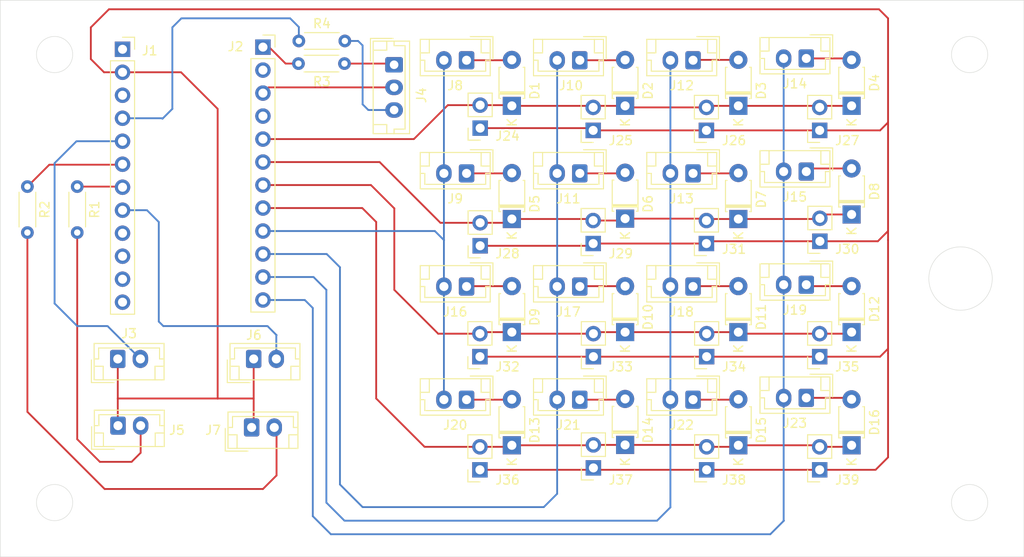
<source format=kicad_pcb>
(kicad_pcb (version 20240108) (generator "pcbnew") (generator_version "8.0")
  (layers (0 "F.Cu" signal) (31 "B.Cu" signal) (34 "B.Paste" user) (35 "F.Paste" user) (36 "B.SilkS" user "B.Silkscreen") (37 "F.SilkS" user "F.Silkscreen") (38 "B.Mask" user) (39 "F.Mask" user) (44 "Edge.Cuts" user))
  (net 0 "")
  (net 1 "Net-(D1-A)")
  (net 2 "Net-(D1-K)")
  (net 3 "Net-(D2-A)")
  (net 4 "Net-(D3-A)")
  (net 5 "Net-(D4-A)")
  (net 6 "Net-(D5-A)")
  (net 7 "Net-(D5-K)")
  (net 8 "Net-(D6-A)")
  (net 9 "Net-(D7-A)")
  (net 10 "Net-(D8-A)")
  (net 11 "Net-(D9-A)")
  (net 12 "Net-(D10-K)")
  (net 13 "Net-(D10-A)")
  (net 14 "Net-(D11-A)")
  (net 15 "Net-(D12-A)")
  (net 16 "Net-(D13-K)")
  (net 17 "Net-(D13-A)")
  (net 18 "Net-(D14-A)")
  (net 19 "Net-(D15-A)")
  (net 20 "Net-(D16-A)")
  (net 21 "Net-(J1-Pin_6)")
  (net 22 "Net-(J1-Pin_5)")
  (net 24 "Net-(J1-Pin_2)")
  (net 27 "Net-(J1-Pin_4)")
  (net 28 "Net-(J1-Pin_8)")
  (net 32 "Net-(J1-Pin_7)")
  (net 34 "Net-(J2-Pin_3)")
  (net 35 "Net-(J2-Pin_1)")
  (net 37 "Net-(J4-Pin_1)")
  (net 38 "Net-(J4-Pin_3)")
  (net 39 "Net-(J5-Pin_2)")
  (net 40 "Net-(J7-Pin_2)")
  (net 41 "Net-(J16-Pin_2)")
  (net 42 "Net-(J12-Pin_2)")
  (net 43 "Net-(J10-Pin_2)")
  (net 44 "Net-(J14-Pin_2)")
  (footprint "Connector_JST:JST_EH_B2B-EH-A_1x02_P2.50mm_Vertical" (layer "F.Cu") (at 145.975 81.63 180)
    (property "Reference" "J17" (at 1.25 -2.8 0) (layer "F.SilkS"))
    (property "Value" "Conn_01x02_Socket" (hide yes))
    (pad "1" thru_hole roundrect (at 0 0 180) (size 1.7 2) (drill 1) (layers "*.Cu" "*.Mask") (roundrect_rratio 0.147059) (net 13 "Net-(D10-A)"))
    (pad "2" thru_hole oval (at 2.5 0 180) (size 1.7 2) (drill 1) (layers "*.Cu" "*.Mask") (net 43 "Net-(J10-Pin_2)"))
  )
  (footprint "Connector_PinSocket_2.54mm:PinSocket_1x02_P2.54mm_Vertical" (layer "F.Cu") (at 147.475 89.38 180)
    (property "Reference" "J33" (at -3.025 -1.12 0) (layer "F.SilkS"))
    (property "Value" "Conn_01x02_Pin" (hide yes))
    (pad "1" thru_hole rect (at 0 0 180) (size 1.7 1.7) (drill 1) (layers "*.Cu" "*.Mask") (net 24 "Net-(J1-Pin_2)"))
    (pad "2" thru_hole oval (at 0 2.54 180) (size 1.7 1.7) (drill 1) (layers "*.Cu" "*.Mask") (net 12 "Net-(D10-K)"))
  )
  (footprint "Diode_THT:D_T-1_P5.08mm_Horizontal" (layer "F.Cu") (at 138.475 74.17 90)
    (property "Reference" "D5" (at 1.67 2.525 90) (layer "F.SilkS"))
    (property "Value" "D" (hide yes))
    (fp_text user "K" (at -1.83 0.025 90) (layer "F.SilkS"))
    (pad "1" thru_hole rect (at 0 0 90) (size 2 2) (drill 1) (layers "*.Cu" "*.Mask") (net 7 "Net-(D5-K)"))
    (pad "2" thru_hole oval (at 5.08 0 90) (size 2 2) (drill 1) (layers "*.Cu" "*.Mask") (net 6 "Net-(D5-A)"))
  )
  (footprint "Connector_PinSocket_2.54mm:PinSocket_1x12_P2.54mm_Vertical" (layer "F.Cu") (at 95.5 55.42)
    (property "Reference" "J1" (at 3 0.16 0) (layer "F.SilkS"))
    (property "Value" "Conn_01x12_Socket" (hide yes))
    (pad "1" thru_hole rect (at 0 0) (size 1.7 1.7) (drill 1) (layers "*.Cu" "*.Mask"))
    (pad "2" thru_hole oval (at 0 2.54) (size 1.7 1.7) (drill 1) (layers "*.Cu" "*.Mask") (net 24 "Net-(J1-Pin_2)"))
    (pad "3" thru_hole oval (at 0 5.08) (size 1.7 1.7) (drill 1) (layers "*.Cu" "*.Mask"))
    (pad "4" thru_hole oval (at 0 7.62) (size 1.7 1.7) (drill 1) (layers "*.Cu" "*.Mask") (net 27 "Net-(J1-Pin_4)"))
    (pad "5" thru_hole oval (at 0 10.16) (size 1.7 1.7) (drill 1) (layers "*.Cu" "*.Mask") (net 22 "Net-(J1-Pin_5)"))
    (pad "6" thru_hole oval (at 0 12.7) (size 1.7 1.7) (drill 1) (layers "*.Cu" "*.Mask") (net 21 "Net-(J1-Pin_6)"))
    (pad "7" thru_hole oval (at 0 15.24) (size 1.7 1.7) (drill 1) (layers "*.Cu" "*.Mask") (net 32 "Net-(J1-Pin_7)"))
    (pad "8" thru_hole oval (at 0 17.78) (size 1.7 1.7) (drill 1) (layers "*.Cu" "*.Mask") (net 28 "Net-(J1-Pin_8)"))
    (pad "9" thru_hole oval (at 0 20.32) (size 1.7 1.7) (drill 1) (layers "*.Cu" "*.Mask"))
    (pad "10" thru_hole oval (at 0 22.86) (size 1.7 1.7) (drill 1) (layers "*.Cu" "*.Mask"))
    (pad "11" thru_hole oval (at 0 25.4) (size 1.7 1.7) (drill 1) (layers "*.Cu" "*.Mask"))
    (pad "12" thru_hole oval (at 0 27.94) (size 1.7 1.7) (drill 1) (layers "*.Cu" "*.Mask"))
  )
  (footprint "Diode_THT:D_T-1_P5.08mm_Horizontal" (layer "F.Cu") (at 175.975 61.67 90)
    (property "Reference" "D4" (at 2.54 2.525 90) (layer "F.SilkS"))
    (property "Value" "D" (hide yes))
    (fp_text user "K" (at -1.83 0.025 90) (layer "F.SilkS"))
    (pad "1" thru_hole rect (at 0 0 90) (size 2 2) (drill 1) (layers "*.Cu" "*.Mask") (net 2 "Net-(D1-K)"))
    (pad "2" thru_hole oval (at 5.08 0 90) (size 2 2) (drill 1) (layers "*.Cu" "*.Mask") (net 5 "Net-(D4-A)"))
  )
  (footprint "Connector_PinSocket_2.54mm:PinSocket_1x02_P2.54mm_Vertical" (layer "F.Cu") (at 172.475 76.63 180)
    (property "Reference" "J30" (at -3.025 -0.87 0) (layer "F.SilkS"))
    (property "Value" "Conn_01x02_Pin" (hide yes))
    (pad "1" thru_hole rect (at 0 0 180) (size 1.7 1.7) (drill 1) (layers "*.Cu" "*.Mask") (net 24 "Net-(J1-Pin_2)"))
    (pad "2" thru_hole oval (at 0 2.54 180) (size 1.7 1.7) (drill 1) (layers "*.Cu" "*.Mask") (net 7 "Net-(D5-K)"))
  )
  (footprint "Connector_JST:JST_EH_B2B-EH-A_1x02_P2.50mm_Vertical" (layer "F.Cu") (at 133.475 94.13 180)
    (property "Reference" "J20" (at 1.25 -2.8 0) (layer "F.SilkS"))
    (property "Value" "Conn_01x02_Socket" (hide yes))
    (pad "1" thru_hole roundrect (at 0 0 180) (size 1.7 2) (drill 1) (layers "*.Cu" "*.Mask") (roundrect_rratio 0.147059) (net 17 "Net-(D13-A)"))
    (pad "2" thru_hole oval (at 2.5 0 180) (size 1.7 2) (drill 1) (layers "*.Cu" "*.Mask") (net 41 "Net-(J16-Pin_2)"))
  )
  (footprint "Diode_THT:D_T-1_P5.08mm_Horizontal" (layer "F.Cu") (at 150.975 61.67 90)
    (property "Reference" "D2" (at 1.67 2.525 90) (layer "F.SilkS"))
    (property "Value" "D" (hide yes))
    (fp_text user "K" (at -1.83 0.025 90) (layer "F.SilkS"))
    (pad "1" thru_hole rect (at 0 0 90) (size 2 2) (drill 1) (layers "*.Cu" "*.Mask") (net 2 "Net-(D1-K)"))
    (pad "2" thru_hole oval (at 5.08 0 90) (size 2 2) (drill 1) (layers "*.Cu" "*.Mask") (net 3 "Net-(D2-A)"))
  )
  (footprint "Resistor_THT:R_Axial_DIN0204_L3.6mm_D1.6mm_P5.08mm_Horizontal" (layer "F.Cu") (at 85 70.59 -90)
    (property "Reference" "R2" (at 2.54 -1.92 90) (layer "F.SilkS"))
    (property "Value" "220R" (hide yes))
    (pad "1" thru_hole circle (at 0 0 270) (size 1.4 1.4) (drill 0.7) (layers "*.Cu" "*.Mask") (net 21 "Net-(J1-Pin_6)"))
    (pad "2" thru_hole oval (at 5.08 0 270) (size 1.4 1.4) (drill 0.7) (layers "*.Cu" "*.Mask") (net 40 "Net-(J7-Pin_2)"))
  )
  (footprint "Connector_PinSocket_2.54mm:PinSocket_1x02_P2.54mm_Vertical" (layer "F.Cu") (at 134.95 89.38 180)
    (property "Reference" "J32" (at -3.05 -1.12 0) (layer "F.SilkS"))
    (property "Value" "Conn_01x02_Pin" (hide yes))
    (pad "1" thru_hole rect (at 0 0 180) (size 1.7 1.7) (drill 1) (layers "*.Cu" "*.Mask") (net 24 "Net-(J1-Pin_2)"))
    (pad "2" thru_hole oval (at 0 2.54 180) (size 1.7 1.7) (drill 1) (layers "*.Cu" "*.Mask") (net 12 "Net-(D10-K)"))
  )
  (footprint "Connector_JST:JST_EH_B2B-EH-A_1x02_P2.50mm_Vertical" (layer "F.Cu") (at 109.75 97.2)
    (property "Reference" "J7" (at -4.25 0.3 360) (layer "F.SilkS"))
    (property "Value" "Conn_01x02_Socket" (hide yes))
    (pad "1" thru_hole roundrect (at 0 0) (size 1.7 2) (drill 1) (layers "*.Cu" "*.Mask") (roundrect_rratio 0.147059) (net 24 "Net-(J1-Pin_2)"))
    (pad "2" thru_hole oval (at 2.5 0) (size 1.7 2) (drill 1) (layers "*.Cu" "*.Mask") (net 40 "Net-(J7-Pin_2)"))
  )
  (footprint "Connector_JST:JST_EH_B2B-EH-A_1x02_P2.50mm_Vertical" (layer "F.Cu") (at 158.475 81.63 180)
    (property "Reference" "J18" (at 1.25 -2.8 0) (layer "F.SilkS"))
    (property "Value" "Conn_01x02_Socket" (hide yes))
    (pad "1" thru_hole roundrect (at 0 0 180) (size 1.7 2) (drill 1) (layers "*.Cu" "*.Mask") (roundrect_rratio 0.147059) (net 14 "Net-(D11-A)"))
    (pad "2" thru_hole oval (at 2.5 0 180) (size 1.7 2) (drill 1) (layers "*.Cu" "*.Mask") (net 42 "Net-(J12-Pin_2)"))
  )
  (footprint "Connector_PinSocket_2.54mm:PinSocket_1x02_P2.54mm_Vertical" (layer "F.Cu") (at 134.95 101.88 180)
    (property "Reference" "J36" (at -3.05 -1.12 0) (layer "F.SilkS"))
    (property "Value" "Conn_01x02_Pin" (hide yes))
    (pad "1" thru_hole rect (at 0 0 180) (size 1.7 1.7) (drill 1) (layers "*.Cu" "*.Mask") (net 24 "Net-(J1-Pin_2)"))
    (pad "2" thru_hole oval (at 0 2.54 180) (size 1.7 1.7) (drill 1) (layers "*.Cu" "*.Mask") (net 16 "Net-(D13-K)"))
  )
  (footprint "Connector_PinSocket_2.54mm:PinSocket_1x02_P2.54mm_Vertical" (layer "F.Cu") (at 172.45 89.38 180)
    (property "Reference" "J35" (at -3.05 -1.12 0) (layer "F.SilkS"))
    (property "Value" "Conn_01x02_Pin" (hide yes))
    (pad "1" thru_hole rect (at 0 0 180) (size 1.7 1.7) (drill 1) (layers "*.Cu" "*.Mask") (net 24 "Net-(J1-Pin_2)"))
    (pad "2" thru_hole oval (at 0 2.54 180) (size 1.7 1.7) (drill 1) (layers "*.Cu" "*.Mask") (net 12 "Net-(D10-K)"))
  )
  (footprint "Connector_PinSocket_2.54mm:PinSocket_1x02_P2.54mm_Vertical" (layer "F.Cu") (at 147.475 101.67 180)
    (property "Reference" "J37" (at -3.025 -1.33 0) (layer "F.SilkS"))
    (property "Value" "Conn_01x02_Pin" (hide yes))
    (pad "1" thru_hole rect (at 0 0 180) (size 1.7 1.7) (drill 1) (layers "*.Cu" "*.Mask") (net 24 "Net-(J1-Pin_2)"))
    (pad "2" thru_hole oval (at 0 2.54 180) (size 1.7 1.7) (drill 1) (layers "*.Cu" "*.Mask") (net 16 "Net-(D13-K)"))
  )
  (footprint "Connector_JST:JST_EH_B2B-EH-A_1x02_P2.50mm_Vertical" (layer "F.Cu") (at 170.975 56.43 180)
    (property "Reference" "J14" (at 1.25 -2.8 0) (layer "F.SilkS"))
    (property "Value" "Conn_01x02_Socket" (hide yes))
    (pad "1" thru_hole roundrect (at 0 0 180) (size 1.7 2) (drill 1) (layers "*.Cu" "*.Mask") (roundrect_rratio 0.147059) (net 5 "Net-(D4-A)"))
    (pad "2" thru_hole oval (at 2.5 0 180) (size 1.7 2) (drill 1) (layers "*.Cu" "*.Mask") (net 44 "Net-(J14-Pin_2)"))
  )
  (footprint "Connector_JST:JST_EH_B2B-EH-A_1x02_P2.50mm_Vertical" (layer "F.Cu") (at 145.975 56.63 180)
    (property "Reference" "J10" (at 0.975 -2.8 0) (layer "F.SilkS"))
    (property "Value" "Conn_01x02_Socket" (hide yes))
    (pad "1" thru_hole roundrect (at 0 0 180) (size 1.7 2) (drill 1) (layers "*.Cu" "*.Mask") (roundrect_rratio 0.147059) (net 3 "Net-(D2-A)"))
    (pad "2" thru_hole oval (at 2.5 0 180) (size 1.7 2) (drill 1) (layers "*.Cu" "*.Mask") (net 43 "Net-(J10-Pin_2)"))
  )
  (footprint "Connector_JST:JST_EH_B2B-EH-A_1x02_P2.50mm_Vertical" (layer "F.Cu") (at 158.475 56.63 180)
    (property "Reference" "J12" (at 1.25 -2.8 0) (layer "F.SilkS"))
    (property "Value" "Conn_01x02_Socket" (hide yes))
    (pad "1" thru_hole roundrect (at 0 0 180) (size 1.7 2) (drill 1) (layers "*.Cu" "*.Mask") (roundrect_rratio 0.147059) (net 4 "Net-(D3-A)"))
    (pad "2" thru_hole oval (at 2.5 0 180) (size 1.7 2) (drill 1) (layers "*.Cu" "*.Mask") (net 42 "Net-(J12-Pin_2)"))
  )
  (footprint "Resistor_THT:R_Axial_DIN0204_L3.6mm_D1.6mm_P5.08mm_Horizontal" (layer "F.Cu") (at 114.92 57)
    (property "Reference" "R3" (at 2.58 2 0) (layer "F.SilkS"))
    (property "Value" "220R" (hide yes))
    (pad "1" thru_hole circle (at 0 0) (size 1.4 1.4) (drill 0.7) (layers "*.Cu" "*.Mask") (net 35 "Net-(J2-Pin_1)"))
    (pad "2" thru_hole oval (at 5.08 0) (size 1.4 1.4) (drill 0.7) (layers "*.Cu" "*.Mask") (net 37 "Net-(J4-Pin_1)"))
  )
  (footprint "Connector_JST:JST_EH_B3B-EH-A_1x03_P2.50mm_Vertical" (layer "F.Cu") (at 125.475 57.13 -90)
    (property "Reference" "J4" (at 3.37 -3.025 90) (layer "F.SilkS"))
    (property "Value" "Conn_01x03_Socket" (hide yes))
    (pad "1" thru_hole roundrect (at 0 0 270) (size 1.7 1.95) (drill 0.95) (layers "*.Cu" "*.Mask") (roundrect_rratio 0.147059) (net 37 "Net-(J4-Pin_1)"))
    (pad "2" thru_hole oval (at 2.5 0 270) (size 1.7 1.95) (drill 0.95) (layers "*.Cu" "*.Mask") (net 34 "Net-(J2-Pin_3)"))
    (pad "3" thru_hole oval (at 5 0 270) (size 1.7 1.95) (drill 0.95) (layers "*.Cu" "*.Mask") (net 38 "Net-(J4-Pin_3)"))
  )
  (footprint "Connector_PinSocket_2.54mm:PinSocket_1x02_P2.54mm_Vertical" (layer "F.Cu") (at 147.45 76.88 180)
    (property "Reference" "J29" (at -3.05 -1.12 0) (layer "F.SilkS"))
    (property "Value" "Conn_01x02_Pin" (hide yes))
    (pad "1" thru_hole rect (at 0 0 180) (size 1.7 1.7) (drill 1) (layers "*.Cu" "*.Mask") (net 24 "Net-(J1-Pin_2)"))
    (pad "2" thru_hole oval (at 0 2.54 180) (size 1.7 1.7) (drill 1) (layers "*.Cu" "*.Mask") (net 7 "Net-(D5-K)"))
  )
  (footprint "Diode_THT:D_T-1_P5.08mm_Horizontal" (layer "F.Cu") (at 138.475 99.17 90)
    (property "Reference" "D13" (at 1.67 2.525 90) (layer "F.SilkS"))
    (property "Value" "D" (hide yes))
    (fp_text user "K" (at -1.83 0.025 90) (layer "F.SilkS"))
    (pad "1" thru_hole rect (at 0 0 90) (size 2 2) (drill 1) (layers "*.Cu" "*.Mask") (net 16 "Net-(D13-K)"))
    (pad "2" thru_hole oval (at 5.08 0 90) (size 2 2) (drill 1) (layers "*.Cu" "*.Mask") (net 17 "Net-(D13-A)"))
  )
  (footprint "Connector_PinSocket_2.54mm:PinSocket_1x02_P2.54mm_Vertical" (layer "F.Cu") (at 159.975 101.88 180)
    (property "Reference" "J38" (at -3.025 -1.12 0) (layer "F.SilkS"))
    (property "Value" "Conn_01x02_Pin" (hide yes))
    (pad "1" thru_hole rect (at 0 0 180) (size 1.7 1.7) (drill 1) (layers "*.Cu" "*.Mask") (net 24 "Net-(J1-Pin_2)"))
    (pad "2" thru_hole oval (at 0 2.54 180) (size 1.7 1.7) (drill 1) (layers "*.Cu" "*.Mask") (net 16 "Net-(D13-K)"))
  )
  (footprint "Connector_JST:JST_EH_B2B-EH-A_1x02_P2.50mm_Vertical" (layer "F.Cu") (at 95 97)
    (property "Reference" "J5" (at 6.5 0.5 360) (layer "F.SilkS"))
    (property "Value" "Conn_01x02_Socket" (hide yes))
    (pad "1" thru_hole roundrect (at 0 0) (size 1.7 2) (drill 1) (layers "*.Cu" "*.Mask") (roundrect_rratio 0.147059) (net 24 "Net-(J1-Pin_2)"))
    (pad "2" thru_hole oval (at 2.5 0) (size 1.7 2) (drill 1) (layers "*.Cu" "*.Mask") (net 39 "Net-(J5-Pin_2)"))
  )
  (footprint "Connector_PinSocket_2.54mm:PinSocket_1x02_P2.54mm_Vertical" (layer "F.Cu") (at 159.975 89.38 180)
    (property "Reference" "J34" (at -3.025 -1.12 0) (layer "F.SilkS"))
    (property "Value" "Conn_01x02_Pin" (hide yes))
    (pad "1" thru_hole rect (at 0 0 180) (size 1.7 1.7) (drill 1) (layers "*.Cu" "*.Mask") (net 24 "Net-(J1-Pin_2)"))
    (pad "2" thru_hole oval (at 0 2.54 180) (size 1.7 1.7) (drill 1) (layers "*.Cu" "*.Mask") (net 12 "Net-(D10-K)"))
  )
  (footprint "Diode_THT:D_T-1_P5.08mm_Horizontal" (layer "F.Cu") (at 163.475 86.67 90)
    (property "Reference" "D11" (at 1.67 2.525 90) (layer "F.SilkS"))
    (property "Value" "D" (hide yes))
    (fp_text user "K" (at -1.83 0.025 90) (layer "F.SilkS"))
    (pad "1" thru_hole rect (at 0 0 90) (size 2 2) (drill 1) (layers "*.Cu" "*.Mask") (net 12 "Net-(D10-K)"))
    (pad "2" thru_hole oval (at 5.08 0 90) (size 2 2) (drill 1) (layers "*.Cu" "*.Mask") (net 14 "Net-(D11-A)"))
  )
  (footprint "Connector_JST:JST_EH_B2B-EH-A_1x02_P2.50mm_Vertical" (layer "F.Cu") (at 133.475 69.13 180)
    (property "Reference" "J9" (at 1.25 -2.8 0) (layer "F.SilkS"))
    (property "Value" "Conn_01x02_Socket" (hide yes))
    (pad "1" thru_hole roundrect (at 0 0 180) (size 1.7 2) (drill 1) (layers "*.Cu" "*.Mask") (roundrect_rratio 0.147059) (net 6 "Net-(D5-A)"))
    (pad "2" thru_hole oval (at 2.5 0 180) (size 1.7 2) (drill 1) (layers "*.Cu" "*.Mask") (net 41 "Net-(J16-Pin_2)"))
  )
  (footprint "Connector_JST:JST_EH_B2B-EH-A_1x02_P2.50mm_Vertical" (layer "F.Cu") (at 133.475 56.63 180)
    (property "Reference" "J8" (at 1.25 -2.8 0) (layer "F.SilkS"))
    (property "Value" "Conn_01x02_Socket" (hide yes))
    (pad "1" thru_hole roundrect (at 0 0 180) (size 1.7 2) (drill 1) (layers "*.Cu" "*.Mask") (roundrect_rratio 0.147059) (net 1 "Net-(D1-A)"))
    (pad "2" thru_hole oval (at 2.5 0 180) (size 1.7 2) (drill 1) (layers "*.Cu" "*.Mask") (net 41 "Net-(J16-Pin_2)"))
  )
  (footprint "Connector_PinSocket_2.54mm:PinSocket_1x02_P2.54mm_Vertical" (layer "F.Cu") (at 134.975 64.13 180)
    (property "Reference" "J24" (at -3.025 -0.87 0) (layer "F.SilkS"))
    (property "Value" "Conn_01x02_Pin" (hide yes))
    (pad "1" thru_hole rect (at 0 0 180) (size 1.7 1.7) (drill 1) (layers "*.Cu" "*.Mask") (net 24 "Net-(J1-Pin_2)"))
    (pad "2" thru_hole oval (at 0 2.54 180) (size 1.7 1.7) (drill 1) (layers "*.Cu" "*.Mask") (net 2 "Net-(D1-K)"))
  )
  (footprint "Connector_JST:JST_EH_B2B-EH-A_1x02_P2.50mm_Vertical" (layer "F.Cu") (at 145.975 69.13 180)
    (property "Reference" "J11" (at 1.25 -2.8 0) (layer "F.SilkS"))
    (property "Value" "Conn_01x02_Socket" (hide yes))
    (pad "1" thru_hole roundrect (at 0 0 180) (size 1.7 2) (drill 1) (layers "*.Cu" "*.Mask") (roundrect_rratio 0.147059) (net 8 "Net-(D6-A)"))
    (pad "2" thru_hole oval (at 2.5 0 180) (size 1.7 2) (drill 1) (layers "*.Cu" "*.Mask") (net 43 "Net-(J10-Pin_2)"))
  )
  (footprint "Diode_THT:D_T-1_P5.08mm_Horizontal" (layer "F.Cu") (at 175.975 73.67 90)
    (property "Reference" "D8" (at 2.54 2.525 90) (layer "F.SilkS"))
    (property "Value" "D" (hide yes))
    (fp_text user "K" (at -1.83 0.025 90) (layer "F.SilkS"))
    (pad "1" thru_hole rect (at 0 0 90) (size 2 2) (drill 1) (layers "*.Cu" "*.Mask") (net 7 "Net-(D5-K)"))
    (pad "2" thru_hole oval (at 5.08 0 90) (size 2 2) (drill 1) (layers "*.Cu" "*.Mask") (net 10 "Net-(D8-A)"))
  )
  (footprint "Connector_JST:JST_EH_B2B-EH-A_1x02_P2.50mm_Vertical" (layer "F.Cu") (at 94.975 89.63)
    (property "Reference" "J3" (at 1.25 -2.8 0) (layer "F.SilkS"))
    (property "Value" "Conn_01x02_Socket" (hide yes))
    (pad "1" thru_hole roundrect (at 0 0) (size 1.7 2) (drill 1) (layers "*.Cu" "*.Mask") (roundrect_rratio 0.147059) (net 24 "Net-(J1-Pin_2)"))
    (pad "2" thru_hole oval (at 2.5 0) (size 1.7 2) (drill 1) (layers "*.Cu" "*.Mask") (net 22 "Net-(J1-Pin_5)"))
  )
  (footprint "Connector_JST:JST_EH_B2B-EH-A_1x02_P2.50mm_Vertical" (layer "F.Cu") (at 170.975 81.43 180)
    (property "Reference" "J19" (at 1.25 -2.8 0) (layer "F.SilkS"))
    (property "Value" "Conn_01x02_Socket" (hide yes))
    (pad "1" thru_hole roundrect (at 0 0 180) (size 1.7 2) (drill 1) (layers "*.Cu" "*.Mask") (roundrect_rratio 0.147059) (net 15 "Net-(D12-A)"))
    (pad "2" thru_hole oval (at 2.5 0 180) (size 1.7 2) (drill 1) (layers "*.Cu" "*.Mask") (net 44 "Net-(J14-Pin_2)"))
  )
  (footprint "Diode_THT:D_T-1_P5.08mm_Horizontal" (layer "F.Cu") (at 150.975 99.13 90)
    (property "Reference" "D14" (at 1.63 2.525 90) (layer "F.SilkS"))
    (property "Value" "D" (hide yes))
    (fp_text user "K" (at -1.87 0.025 90) (layer "F.SilkS"))
    (pad "1" thru_hole rect (at 0 0 90) (size 2 2) (drill 1) (layers "*.Cu" "*.Mask") (net 16 "Net-(D13-K)"))
    (pad "2" thru_hole oval (at 5.08 0 90) (size 2 2) (drill 1) (layers "*.Cu" "*.Mask") (net 18 "Net-(D14-A)"))
  )
  (footprint "Diode_THT:D_T-1_P5.08mm_Horizontal" (layer "F.Cu") (at 163.475 61.67 90)
    (property "Reference" "D3" (at 1.67 2.525 90) (layer "F.SilkS"))
    (property "Value" "D" (hide yes))
    (fp_text user "K" (at -1.83 0.025 90) (layer "F.SilkS"))
    (pad "1" thru_hole rect (at 0 0 90) (size 2 2) (drill 1) (layers "*.Cu" "*.Mask") (net 2 "Net-(D1-K)"))
    (pad "2" thru_hole oval (at 5.08 0 90) (size 2 2) (drill 1) (layers "*.Cu" "*.Mask") (net 4 "Net-(D3-A)"))
  )
  (footprint "Connector_PinSocket_2.54mm:PinSocket_1x02_P2.54mm_Vertical" (layer "F.Cu") (at 172.45 64.38 180)
    (property "Reference" "J27" (at -3.05 -1.12 0) (layer "F.SilkS"))
    (property "Value" "Conn_01x02_Pin" (hide yes))
    (pad "1" thru_hole rect (at 0 0 180) (size 1.7 1.7) (drill 1) (layers "*.Cu" "*.Mask") (net 24 "Net-(J1-Pin_2)"))
    (pad "2" thru_hole oval (at 0 2.54 180) (size 1.7 1.7) (drill 1) (layers "*.Cu" "*.Mask") (net 2 "Net-(D1-K)"))
  )
  (footprint "Connector_JST:JST_EH_B2B-EH-A_1x02_P2.50mm_Vertical" (layer "F.Cu") (at 170.975 68.93 180)
    (property "Reference" "J15" (at 1.25 -2.8 0) (layer "F.SilkS"))
    (property "Value" "Conn_01x02_Socket" (hide yes))
    (pad "1" thru_hole roundrect (at 0 0 180) (size 1.7 2) (drill 1) (layers "*.Cu" "*.Mask") (roundrect_rratio 0.147059) (net 10 "Net-(D8-A)"))
    (pad "2" thru_hole oval (at 2.5 0 180) (size 1.7 2) (drill 1) (layers "*.Cu" "*.Mask") (net 44 "Net-(J14-Pin_2)"))
  )
  (footprint "Diode_THT:D_T-1_P5.08mm_Horizontal" (layer "F.Cu") (at 175.975 86.67 90)
    (property "Reference" "D12" (at 2.54 2.525 90) (layer "F.SilkS"))
    (property "Value" "D" (hide yes))
    (fp_text user "K" (at -1.83 0.025 90) (layer "F.SilkS"))
    (pad "1" thru_hole rect (at 0 0 90) (size 2 2) (drill 1) (layers "*.Cu" "*.Mask") (net 12 "Net-(D10-K)"))
    (pad "2" thru_hole oval (at 5.08 0 90) (size 2 2) (drill 1) (layers "*.Cu" "*.Mask") (net 15 "Net-(D12-A)"))
  )
  (footprint "Connector_JST:JST_EH_B2B-EH-A_1x02_P2.50mm_Vertical" (layer "F.Cu") (at 133.475 81.63 180)
    (property "Reference" "J16" (at 1.25 -2.8 0) (layer "F.SilkS"))
    (property "Value" "Conn_01x02_Socket" (hide yes))
    (pad "1" thru_hole roundrect (at 0 0 180) (size 1.7 2) (drill 1) (layers "*.Cu" "*.Mask") (roundrect_rratio 0.147059) (net 11 "Net-(D9-A)"))
    (pad "2" thru_hole oval (at 2.5 0 180) (size 1.7 2) (drill 1) (layers "*.Cu" "*.Mask") (net 41 "Net-(J16-Pin_2)"))
  )
  (footprint "Connector_PinSocket_2.54mm:PinSocket_1x02_P2.54mm_Vertical" (layer "F.Cu") (at 147.45 64.38 180)
    (property "Reference" "J25" (at -3.05 -1.12 0) (layer "F.SilkS"))
    (property "Value" "Conn_01x02_Pin" (hide yes))
    (pad "1" thru_hole rect (at 0 0 180) (size 1.7 1.7) (drill 1) (layers "*.Cu" "*.Mask") (net 24 "Net-(J1-Pin_2)"))
    (pad "2" thru_hole oval (at 0 2.54 180) (size 1.7 1.7) (drill 1) (layers "*.Cu" "*.Mask") (net 2 "Net-(D1-K)"))
  )
  (footprint "Diode_THT:D_T-1_P5.08mm_Horizontal" (layer "F.Cu") (at 138.475 61.67 90)
    (property "Reference" "D1" (at 1.67 2.525 90) (layer "F.SilkS"))
    (property "Value" "D" (hide yes))
    (fp_text user "K" (at -1.83 0.025 90) (layer "F.SilkS"))
    (pad "1" thru_hole rect (at 0 0 90) (size 2 2) (drill 1) (layers "*.Cu" "*.Mask") (net 2 "Net-(D1-K)"))
    (pad "2" thru_hole oval (at 5.08 0 90) (size 2 2) (drill 1) (layers "*.Cu" "*.Mask") (net 1 "Net-(D1-A)"))
  )
  (footprint "Diode_THT:D_T-1_P5.08mm_Horizontal" (layer "F.Cu") (at 175.975 99.17 90)
    (property "Reference" "D16" (at 2.54 2.525 90) (layer "F.SilkS"))
    (property "Value" "D" (hide yes))
    (fp_text user "K" (at -1.83 0.025 90) (layer "F.SilkS"))
    (pad "1" thru_hole rect (at 0 0 90) (size 2 2) (drill 1) (layers "*.Cu" "*.Mask") (net 16 "Net-(D13-K)"))
    (pad "2" thru_hole oval (at 5.08 0 90) (size 2 2) (drill 1) (layers "*.Cu" "*.Mask") (net 20 "Net-(D16-A)"))
  )
  (footprint "Diode_THT:D_T-1_P5.08mm_Horizontal" (layer "F.Cu") (at 150.975 74.13 90)
    (property "Reference" "D6" (at 1.63 2.525 90) (layer "F.SilkS"))
    (property "Value" "D" (hide yes))
    (fp_text user "K" (at -1.87 0.025 90) (layer "F.SilkS"))
    (pad "1" thru_hole rect (at 0 0 90) (size 2 2) (drill 1) (layers "*.Cu" "*.Mask") (net 7 "Net-(D5-K)"))
    (pad "2" thru_hole oval (at 5.08 0 90) (size 2 2) (drill 1) (layers "*.Cu" "*.Mask") (net 8 "Net-(D6-A)"))
  )
  (footprint "Diode_THT:D_T-1_P5.08mm_Horizontal" (layer "F.Cu") (at 150.975 86.67 90)
    (property "Reference" "D10" (at 1.67 2.525 90) (layer "F.SilkS"))
    (property "Value" "D" (hide yes))
    (fp_text user "K" (at -1.83 0.025 90) (layer "F.SilkS"))
    (pad "1" thru_hole rect (at 0 0 90) (size 2 2) (drill 1) (layers "*.Cu" "*.Mask") (net 12 "Net-(D10-K)"))
    (pad "2" thru_hole oval (at 5.08 0 90) (size 2 2) (drill 1) (layers "*.Cu" "*.Mask") (net 13 "Net-(D10-A)"))
  )
  (footprint "Connector_JST:JST_EH_B2B-EH-A_1x02_P2.50mm_Vertical" (layer "F.Cu") (at 145.975 94.13 180)
    (property "Reference" "J21" (at 1.25 -2.8 0) (layer "F.SilkS"))
    (property "Value" "Conn_01x02_Socket" (hide yes))
    (pad "1" thru_hole roundrect (at 0 0 180) (size 1.7 2) (drill 1) (layers "*.Cu" "*.Mask") (roundrect_rratio 0.147059) (net 18 "Net-(D14-A)"))
    (pad "2" thru_hole oval (at 2.5 0 180) (size 1.7 2) (drill 1) (layers "*.Cu" "*.Mask") (net 43 "Net-(J10-Pin_2)"))
  )
  (footprint "Diode_THT:D_T-1_P5.08mm_Horizontal" (layer "F.Cu") (at 138.475 86.67 90)
    (property "Reference" "D9" (at 1.67 2.525 90) (layer "F.SilkS"))
    (property "Value" "D" (hide yes))
    (fp_text user "K" (at -1.83 0.025 90) (layer "F.SilkS"))
    (pad "1" thru_hole rect (at 0 0 90) (size 2 2) (drill 1) (layers "*.Cu" "*.Mask") (net 12 "Net-(D10-K)"))
    (pad "2" thru_hole oval (at 5.08 0 90) (size 2 2) (drill 1) (layers "*.Cu" "*.Mask") (net 11 "Net-(D9-A)"))
  )
  (footprint "Connector_PinSocket_2.54mm:PinSocket_1x02_P2.54mm_Vertical" (layer "F.Cu") (at 172.45 101.88 180)
    (property "Reference" "J39" (at -3.05 -1.12 0) (layer "F.SilkS"))
    (property "Value" "Conn_01x02_Pin" (hide yes))
    (pad "1" thru_hole rect (at 0 0 180) (size 1.7 1.7) (drill 1) (layers "*.Cu" "*.Mask") (net 24 "Net-(J1-Pin_2)"))
    (pad "2" thru_hole oval (at 0 2.54 180) (size 1.7 1.7) (drill 1) (layers "*.Cu" "*.Mask") (net 16 "Net-(D13-K)"))
  )
  (footprint "Connector_JST:JST_EH_B2B-EH-A_1x02_P2.50mm_Vertical" (layer "F.Cu") (at 170.975 93.93 180)
    (property "Reference" "J23" (at 1.25 -2.8 0) (layer "F.SilkS"))
    (property "Value" "Conn_01x02_Socket" (hide yes))
    (pad "1" thru_hole roundrect (at 0 0 180) (size 1.7 2) (drill 1) (layers "*.Cu" "*.Mask") (roundrect_rratio 0.147059) (net 20 "Net-(D16-A)"))
    (pad "2" thru_hole oval (at 2.5 0 180) (size 1.7 2) (drill 1) (layers "*.Cu" "*.Mask") (net 44 "Net-(J14-Pin_2)"))
  )
  (footprint "Connector_PinSocket_2.54mm:PinSocket_1x02_P2.54mm_Vertical" (layer "F.Cu") (at 134.975 77.13 180)
    (property "Reference" "J28" (at -3.025 -0.87 0) (layer "F.SilkS"))
    (property "Value" "Conn_01x02_Pin" (hide yes))
    (pad "1" thru_hole rect (at 0 0 180) (size 1.7 1.7) (drill 1) (layers "*.Cu" "*.Mask") (net 24 "Net-(J1-Pin_2)"))
    (pad "2" thru_hole oval (at 0 2.54 180) (size 1.7 1.7) (drill 1) (layers "*.Cu" "*.Mask") (net 7 "Net-(D5-K)"))
  )
  (footprint "Resistor_THT:R_Axial_DIN0204_L3.6mm_D1.6mm_P5.08mm_Horizontal" (layer "F.Cu") (at 114.96 54.5)
    (property "Reference" "R4" (at 2.54 -1.92 0) (layer "F.SilkS"))
    (property "Value" "220R" (hide yes))
    (pad "1" thru_hole circle (at 0 0) (size 1.4 1.4) (drill 0.7) (layers "*.Cu" "*.Mask") (net 27 "Net-(J1-Pin_4)"))
    (pad "2" thru_hole oval (at 5.08 0) (size 1.4 1.4) (drill 0.7) (layers "*.Cu" "*.Mask") (net 38 "Net-(J4-Pin_3)"))
  )
  (footprint "Diode_THT:D_T-1_P5.08mm_Horizontal" (layer "F.Cu") (at 163.475 74.17 90)
    (property "Reference" "D7" (at 2.17 2.525 90) (layer "F.SilkS"))
    (property "Value" "D" (hide yes))
    (fp_text user "K" (at -1.83 0.025 90) (layer "F.SilkS"))
    (pad "1" thru_hole rect (at 0 0 90) (size 2 2) (drill 1) (layers "*.Cu" "*.Mask") (net 7 "Net-(D5-K)"))
    (pad "2" thru_hole oval (at 5.08 0 90) (size 2 2) (drill 1) (layers "*.Cu" "*.Mask") (net 9 "Net-(D7-A)"))
  )
  (footprint "Connector_PinSocket_2.54mm:PinSocket_1x02_P2.54mm_Vertical" (layer "F.Cu") (at 159.95 64.38 180)
    (property "Reference" "J26" (at -3.05 -1.12 0) (layer "F.SilkS"))
    (property "Value" "Conn_01x02_Pin" (hide yes))
    (pad "1" thru_hole rect (at 0 0 180) (size 1.7 1.7) (drill 1) (layers "*.Cu" "*.Mask") (net 24 "Net-(J1-Pin_2)"))
    (pad "2" thru_hole oval (at 0 2.54 180) (size 1.7 1.7) (drill 1) (layers "*.Cu" "*.Mask") (net 2 "Net-(D1-K)"))
  )
  (footprint "Connector_JST:JST_EH_B2B-EH-A_1x02_P2.50mm_Vertical" (layer "F.Cu") (at 158.475 94.13 180)
    (property "Reference" "J22" (at 1.25 -2.8 0) (layer "F.SilkS"))
    (property "Value" "Conn_01x02_Socket" (hide yes))
    (pad "1" thru_hole roundrect (at 0 0 180) (size 1.7 2) (drill 1) (layers "*.Cu" "*.Mask") (roundrect_rratio 0.147059) (net 19 "Net-(D15-A)"))
    (pad "2" thru_hole oval (at 2.5 0 180) (size 1.7 2) (drill 1) (layers "*.Cu" "*.Mask") (net 42 "Net-(J12-Pin_2)"))
  )
  (footprint "Connector_PinSocket_2.54mm:PinSocket_1x02_P2.54mm_Vertical" (layer "F.Cu") (at 159.95 76.88 180)
    (property "Reference" "J31" (at -3.05 -0.62 0) (layer "F.SilkS"))
    (property "Value" "Conn_01x02_Pin" (hide yes))
    (pad "1" thru_hole rect (at 0 0 180) (size 1.7 1.7) (drill 1) (layers "*.Cu" "*.Mask") (net 24 "Net-(J1-Pin_2)"))
    (pad "2" thru_hole oval (at 0 2.54 180) (size 1.7 1.7) (drill 1) (layers "*.Cu" "*.Mask") (net 7 "Net-(D5-K)"))
  )
  (footprint "Resistor_THT:R_Axial_DIN0204_L3.6mm_D1.6mm_P5.08mm_Horizontal" (layer "F.Cu") (at 90.5 70.59 -90)
    (property "Reference" "R1" (at 2.54 -1.92 90) (layer "F.SilkS"))
    (property "Value" "220R" (hide yes))
    (pad "1" thru_hole circle (at 0 0 270) (size 1.4 1.4) (drill 0.7) (layers "*.Cu" "*.Mask") (net 32 "Net-(J1-Pin_7)"))
    (pad "2" thru_hole oval (at 5.08 0 270) (size 1.4 1.4) (drill 0.7) (layers "*.Cu" "*.Mask") (net 39 "Net-(J5-Pin_2)"))
  )
  (footprint "Connector_JST:JST_EH_B2B-EH-A_1x02_P2.50mm_Vertical" (layer "F.Cu") (at 158.475 69.13 180)
    (property "Reference" "J13" (at 1.25 -2.8 0) (layer "F.SilkS"))
    (property "Value" "Conn_01x02_Socket" (hide yes))
    (pad "1" thru_hole roundrect (at 0 0 180) (size 1.7 2) (drill 1) (layers "*.Cu" "*.Mask") (roundrect_rratio 0.147059) (net 9 "Net-(D7-A)"))
    (pad "2" thru_hole oval (at 2.5 0 180) (size 1.7 2) (drill 1) (layers "*.Cu" "*.Mask") (net 42 "Net-(J12-Pin_2)"))
  )
  (footprint "Connector_PinSocket_2.54mm:PinSocket_1x12_P2.54mm_Vertical" (layer "F.Cu") (at 111 55.18)
    (property "Reference" "J2" (at -3.025 -0.05 0) (layer "F.SilkS"))
    (property "Value" "Conn_01x12_Socket" (hide yes))
    (pad "1" thru_hole rect (at 0 0) (size 1.7 1.7) (drill 1) (layers "*.Cu" "*.Mask") (net 35 "Net-(J2-Pin_1)"))
    (pad "2" thru_hole oval (at 0 2.54) (size 1.7 1.7) (drill 1) (layers "*.Cu" "*.Mask"))
    (pad "3" thru_hole oval (at 0 5.08) (size 1.7 1.7) (drill 1) (layers "*.Cu" "*.Mask") (net 34 "Net-(J2-Pin_3)"))
    (pad "4" thru_hole oval (at 0 7.62) (size 1.7 1.7) (drill 1) (layers "*.Cu" "*.Mask"))
    (pad "5" thru_hole oval (at 0 10.16) (size 1.7 1.7) (drill 1) (layers "*.Cu" "*.Mask") (net 2 "Net-(D1-K)"))
    (pad "6" thru_hole oval (at 0 12.7) (size 1.7 1.7) (drill 1) (layers "*.Cu" "*.Mask") (net 7 "Net-(D5-K)"))
    (pad "7" thru_hole oval (at 0 15.24) (size 1.7 1.7) (drill 1) (layers "*.Cu" "*.Mask") (net 12 "Net-(D10-K)"))
    (pad "8" thru_hole oval (at 0 17.78) (size 1.7 1.7) (drill 1) (layers "*.Cu" "*.Mask") (net 16 "Net-(D13-K)"))
    (pad "9" thru_hole oval (at 0 20.32) (size 1.7 1.7) (drill 1) (layers "*.Cu" "*.Mask") (net 41 "Net-(J16-Pin_2)"))
    (pad "10" thru_hole oval (at 0 22.86) (size 1.7 1.7) (drill 1) (layers "*.Cu" "*.Mask") (net 43 "Net-(J10-Pin_2)"))
    (pad "11" thru_hole oval (at 0 25.4) (size 1.7 1.7) (drill 1) (layers "*.Cu" "*.Mask") (net 42 "Net-(J12-Pin_2)"))
    (pad "12" thru_hole oval (at 0 27.94) (size 1.7 1.7) (drill 1) (layers "*.Cu" "*.Mask") (net 44 "Net-(J14-Pin_2)"))
  )
  (footprint "Diode_THT:D_T-1_P5.08mm_Horizontal" (layer "F.Cu") (at 163.475 99.17 90)
    (property "Reference" "D15" (at 1.67 2.525 90) (layer "F.SilkS"))
    (property "Value" "D" (hide yes))
    (fp_text user "K" (at -1.83 0.025 90) (layer "F.SilkS"))
    (pad "1" thru_hole rect (at 0 0 90) (size 2 2) (drill 1) (layers "*.Cu" "*.Mask") (net 16 "Net-(D13-K)"))
    (pad "2" thru_hole oval (at 5.08 0 90) (size 2 2) (drill 1) (layers "*.Cu" "*.Mask") (net 19 "Net-(D15-A)"))
  )
  (footprint "Connector_JST:JST_EH_B2B-EH-A_1x02_P2.50mm_Vertical" (layer "F.Cu") (at 109.975 89.63)
    (property "Reference" "J6" (at 0.025 -2.63 0) (layer "F.SilkS"))
    (property "Value" "Conn_01x02_Socket" (hide yes))
    (pad "1" thru_hole roundrect (at 0 0) (size 1.7 2) (drill 1) (layers "*.Cu" "*.Mask") (roundrect_rratio 0.147059) (net 24 "Net-(J1-Pin_2)"))
    (pad "2" thru_hole oval (at 2.5 0) (size 1.7 2) (drill 1) (layers "*.Cu" "*.Mask") (net 28 "Net-(J1-Pin_8)"))
  )
  (gr_circle (center 88 56) (end 90 56) (stroke (width 0.05)) (fill none) (layer "Edge.Cuts"))
  (gr_circle (center 188 80.75) (end 191.5 80.75) (stroke (width 0.05)) (fill none) (layer "Edge.Cuts"))
  (gr_circle (center 88 105.5) (end 90 105.5) (stroke (width 0.05)) (fill none) (layer "Edge.Cuts"))
  (gr_circle (center 189 105.5) (end 191 105.5) (stroke (width 0.05)) (fill none) (layer "Edge.Cuts"))
  (gr_rect (start 82 50) (end 195 111.5) (stroke (width 0.05)) (fill none) (layer "Edge.Cuts"))
  (gr_circle (center 189 56) (end 191 56) (stroke (width 0.05)) (fill none) (layer "Edge.Cuts"))
  (segment (start 133.475 56.63) (end 138.435 56.63) (width 0.2) (layer "F.Cu") (net 1))
  (segment (start 138.435 56.63) (end 138.475 56.59) (width 0.2) (layer "F.Cu") (net 1))
  (segment (start 138.395 61.59) (end 138.475 61.67) (width 0.2) (layer "F.Cu") (net 2))
  (segment (start 134.975 61.59) (end 138.395 61.59) (width 0.2) (layer "F.Cu") (net 2))
  (segment (start 131.41 61.59) (end 127.66 65.34) (width 0.2) (layer "F.Cu") (net 2))
  (segment (start 147.62 61.67) (end 147.45 61.84) (width 0.2) (layer "F.Cu") (net 2))
  (segment (start 147.28 61.67) (end 147.45 61.84) (width 0.2) (layer "F.Cu") (net 2))
  (segment (start 138.475 61.67) (end 147.28 61.67) (width 0.2) (layer "F.Cu") (net 2))
  (segment (start 172.34 61.84) (end 172.17 61.67) (width 0.2) (layer "F.Cu") (net 2))
  (segment (start 127.66 65.34) (end 111 65.34) (width 0.2) (layer "F.Cu") (net 2))
  (segment (start 159.95 61.84) (end 151.145 61.84) (width 0.2) (layer "F.Cu") (net 2))
  (segment (start 134.975 61.59) (end 131.41 61.59) (width 0.2) (layer "F.Cu") (net 2))
  (segment (start 172.62 61.67) (end 172.45 61.84) (width 0.2) (layer "F.Cu") (net 2))
  (segment (start 163.475 61.67) (end 160.12 61.67) (width 0.2) (layer "F.Cu") (net 2))
  (segment (start 175.975 61.67) (end 172.62 61.67) (width 0.2) (layer "F.Cu") (net 2))
  (segment (start 150.975 61.67) (end 147.62 61.67) (width 0.2) (layer "F.Cu") (net 2))
  (segment (start 172.17 61.67) (end 163.475 61.67) (width 0.2) (layer "F.Cu") (net 2))
  (segment (start 160.12 61.67) (end 159.95 61.84) (width 0.2) (layer "F.Cu") (net 2))
  (segment (start 151.145 61.84) (end 150.975 61.67) (width 0.2) (layer "F.Cu") (net 2))
  (segment (start 172.45 61.84) (end 172.34 61.84) (width 0.2) (layer "F.Cu") (net 2))
  (segment (start 150.935 56.63) (end 150.975 56.59) (width 0.2) (layer "F.Cu") (net 3))
  (segment (start 145.975 56.63) (end 150.935 56.63) (width 0.2) (layer "F.Cu") (net 3))
  (segment (start 158.515 56.59) (end 158.475 56.63) (width 0.2) (layer "F.Cu") (net 4))
  (segment (start 163.475 56.59) (end 158.515 56.59) (width 0.2) (layer "F.Cu") (net 4))
  (segment (start 170.975 56.43) (end 175.815 56.43) (width 0.2) (layer "F.Cu") (net 5))
  (segment (start 175.815 56.43) (end 175.975 56.59) (width 0.2) (layer "F.Cu") (net 5))
  (segment (start 138.435 69.13) (end 138.475 69.09) (width 0.2) (layer "F.Cu") (net 6))
  (segment (start 133.475 69.13) (end 138.435 69.13) (width 0.2) (layer "F.Cu") (net 6))
  (segment (start 175.975 73.67) (end 172.895 73.67) (width 0.2) (layer "F.Cu") (net 7))
  (segment (start 163.475 74.17) (end 172.395 74.17) (width 0.2) (layer "F.Cu") (net 7))
  (segment (start 163.475 74.17) (end 160.12 74.17) (width 0.2) (layer "F.Cu") (net 7))
  (segment (start 150.975 74.13) (end 159.74 74.13) (width 0.2) (layer "F.Cu") (net 7))
  (segment (start 123.88 67.88) (end 111 67.88) (width 0.2) (layer "F.Cu") (net 7))
  (segment (start 147.28 74.17) (end 147.45 74.34) (width 0.2) (layer "F.Cu") (net 7))
  (segment (start 159.74 74.13) (end 159.95 74.34) (width 0.2) (layer "F.Cu") (net 7))
  (segment (start 138.055 74.59) (end 138.475 74.17) (width 0.2) (layer "F.Cu") (net 7))
  (segment (start 134.975 74.59) (end 138.055 74.59) (width 0.2) (layer "F.Cu") (net 7))
  (segment (start 150.765 74.34) (end 150.975 74.13) (width 0.2) (layer "F.Cu") (net 7))
  (segment (start 134.975 74.59) (end 130.59 74.59) (width 0.2) (layer "F.Cu") (net 7))
  (segment (start 172.895 73.67) (end 172.475 74.09) (width 0.2) (layer "F.Cu") (net 7))
  (segment (start 172.395 74.17) (end 172.475 74.09) (width 0.2) (layer "F.Cu") (net 7))
  (segment (start 147.45 74.34) (end 150.765 74.34) (width 0.2) (layer "F.Cu") (net 7))
  (segment (start 130.59 74.59) (end 123.88 67.88) (width 0.2) (layer "F.Cu") (net 7))
  (segment (start 160.12 74.17) (end 159.95 74.34) (width 0.2) (layer "F.Cu") (net 7))
  (segment (start 138.475 74.17) (end 147.28 74.17) (width 0.2) (layer "F.Cu") (net 7))
  (segment (start 150.895 69.13) (end 150.975 69.05) (width 0.2) (layer "F.Cu") (net 8))
  (segment (start 145.975 69.13) (end 150.895 69.13) (width 0.2) (layer "F.Cu") (net 8))
  (segment (start 158.475 69.13) (end 163.435 69.13) (width 0.2) (layer "F.Cu") (net 9))
  (segment (start 163.435 69.13) (end 163.475 69.09) (width 0.2) (layer "F.Cu") (net 9))
  (segment (start 175.975 68.59) (end 171.315 68.59) (width 0.2) (layer "F.Cu") (net 10))
  (segment (start 171.315 68.59) (end 170.975 68.93) (width 0.2) (layer "F.Cu") (net 10))
  (segment (start 138.475 81.59) (end 133.515 81.59) (width 0.2) (layer "F.Cu") (net 11))
  (segment (start 133.515 81.59) (end 133.475 81.63) (width 0.2) (layer "F.Cu") (net 11))
  (segment (start 159.805 86.67) (end 159.975 86.84) (width 0.2) (layer "F.Cu") (net 12))
  (segment (start 147.645 86.67) (end 147.475 86.84) (width 0.2) (layer "F.Cu") (net 12))
  (segment (start 138.84 86.84) (end 147.475 86.84) (width 0.2) (layer "F.Cu") (net 12))
  (segment (start 150.975 86.67) (end 147.645 86.67) (width 0.2) (layer "F.Cu") (net 12))
  (segment (start 125.5 73) (end 122.92 70.42) (width 0.2) (layer "F.Cu") (net 12))
  (segment (start 175.805 86.84) (end 175.975 86.67) (width 0.2) (layer "F.Cu") (net 12))
  (segment (start 135.12 86.67) (end 134.95 86.84) (width 0.2) (layer "F.Cu") (net 12))
  (segment (start 122.92 70.42) (end 111 70.42) (width 0.2) (layer "F.Cu") (net 12))
  (segment (start 138.475 86.67) (end 135.12 86.67) (width 0.2) (layer "F.Cu") (net 12))
  (segment (start 150.975 86.67) (end 159.805 86.67) (width 0.2) (layer "F.Cu") (net 12))
  (segment (start 163.475 86.67) (end 160.145 86.67) (width 0.2) (layer "F.Cu") (net 12))
  (segment (start 138.475 86.67) (end 138.67 86.67) (width 0.2) (layer "F.Cu") (net 12))
  (segment (start 164 86.84) (end 172.45 86.84) (width 0.2) (layer "F.Cu") (net 12))
  (segment (start 130.34 86.84) (end 125.5 82) (width 0.2) (layer "F.Cu") (net 12))
  (segment (start 138.67 86.67) (end 138.84 86.84) (width 0.2) (layer "F.Cu") (net 12))
  (segment (start 172.45 86.84) (end 175.805 86.84) (width 0.2) (layer "F.Cu") (net 12))
  (segment (start 125.5 82) (end 125.5 73) (width 0.2) (layer "F.Cu") (net 12))
  (segment (start 160.145 86.67) (end 159.975 86.84) (width 0.2) (layer "F.Cu") (net 12))
  (segment (start 163.475 86.67) (end 163.83 86.67) (width 0.2) (layer "F.Cu") (net 12))
  (segment (start 134.95 86.84) (end 130.34 86.84) (width 0.2) (layer "F.Cu") (net 12))
  (segment (start 163.83 86.67) (end 164 86.84) (width 0.2) (layer "F.Cu") (net 12))
  (segment (start 150.975 81.59) (end 146.015 81.59) (width 0.2) (layer "F.Cu") (net 13))
  (segment (start 146.015 81.59) (end 145.975 81.63) (width 0.2) (layer "F.Cu") (net 13))
  (segment (start 158.515 81.59) (end 158.475 81.63) (width 0.2) (layer "F.Cu") (net 14))
  (segment (start 163.475 81.59) (end 158.515 81.59) (width 0.2) (layer "F.Cu") (net 14))
  (segment (start 175.975 81.59) (end 171.135 81.59) (width 0.2) (layer "F.Cu") (net 15))
  (segment (start 171.135 81.59) (end 170.975 81.43) (width 0.2) (layer "F.Cu") (net 15))
  (segment (start 134.95 99.34) (end 138.305 99.34) (width 0.2) (layer "F.Cu") (net 16))
  (segment (start 175.805 99.34) (end 175.975 99.17) (width 0.2) (layer "F.Cu") (net 16))
  (segment (start 147.475 99.13) (end 150.975 99.13) (width 0.2) (layer "F.Cu") (net 16))
  (segment (start 172.45 99.34) (end 175.805 99.34) (width 0.2) (layer "F.Cu") (net 16))
  (segment (start 172.45 99.34) (end 172.34 99.34) (width 0.2) (layer "F.Cu") (net 16))
  (segment (start 121.96 72.96) (end 111 72.96) (width 0.2) (layer "F.Cu") (net 16))
  (segment (start 159.765 99.13) (end 159.975 99.34) (width 0.2) (layer "F.Cu") (net 16))
  (segment (start 147.435 99.17) (end 147.475 99.13) (width 0.2) (layer "F.Cu") (net 16))
  (segment (start 123.5 74.5) (end 121.96 72.96) (width 0.2) (layer "F.Cu") (net 16))
  (segment (start 123.5 94) (end 123.5 74.5) (width 0.2) (layer "F.Cu") (net 16))
  (segment (start 172.17 99.17) (end 163.475 99.17) (width 0.2) (layer "F.Cu") (net 16))
  (segment (start 159.975 99.34) (end 163.305 99.34) (width 0.2) (layer "F.Cu") (net 16))
  (segment (start 138.305 99.34) (end 138.475 99.17) (width 0.2) (layer "F.Cu") (net 16))
  (segment (start 172.34 99.34) (end 172.17 99.17) (width 0.2) (layer "F.Cu") (net 16))
  (segment (start 128.84 99.34) (end 123.5 94) (width 0.2) (layer "F.Cu") (net 16))
  (segment (start 150.975 99.13) (end 159.765 99.13) (width 0.2) (layer "F.Cu") (net 16))
  (segment (start 138.475 99.17) (end 147.435 99.17) (width 0.2) (layer "F.Cu") (net 16))
  (segment (start 134.95 99.34) (end 128.84 99.34) (width 0.2) (layer "F.Cu") (net 16))
  (segment (start 163.305 99.34) (end 163.475 99.17) (width 0.2) (layer "F.Cu") (net 16))
  (segment (start 138.435 94.13) (end 138.475 94.09) (width 0.2) (layer "F.Cu") (net 17))
  (segment (start 133.475 94.13) (end 138.435 94.13) (width 0.2) (layer "F.Cu") (net 17))
  (segment (start 145.975 94.13) (end 150.895 94.13) (width 0.2) (layer "F.Cu") (net 18))
  (segment (start 150.895 94.13) (end 150.975 94.05) (width 0.2) (layer "F.Cu") (net 18))
  (segment (start 158.475 94.13) (end 163.435 94.13) (width 0.2) (layer "F.Cu") (net 19))
  (segment (start 163.435 94.13) (end 163.475 94.09) (width 0.2) (layer "F.Cu") (net 19))
  (segment (start 170.975 93.93) (end 175.815 93.93) (width 0.2) (layer "F.Cu") (net 20))
  (segment (start 175.815 93.93) (end 175.975 94.09) (width 0.2) (layer "F.Cu") (net 20))
  (segment (start 87.42 68.17) (end 95.5 68.17) (width 0.2) (layer "F.Cu") (net 21))
  (segment (start 85 70.59) (end 87.42 68.17) (width 0.2) (layer "F.Cu") (net 21))
  (segment (start 88 68) (end 88 83.5) (width 0.2) (layer "B.Cu") (net 22))
  (segment (start 88 83.5) (end 90.5 86) (width 0.2) (layer "B.Cu") (net 22))
  (segment (start 90.42 65.58) (end 88 68) (width 0.2) (layer "B.Cu") (net 22))
  (segment (start 97.475 89.63) (end 97.625 89.48) (width 0.2) (layer "B.Cu") (net 22))
  (segment (start 90.5 86) (end 93.845 86) (width 0.2) (layer "B.Cu") (net 22))
  (segment (start 95.5 65.58) (end 90.42 65.58) (width 0.2) (layer "B.Cu") (net 22))
  (segment (start 93.845 86) (end 97.475 89.63) (width 0.2) (layer "B.Cu") (net 22))
  (segment (start 147.2 77.13) (end 147.45 76.88) (width 0.2) (layer "F.Cu") (net 24))
  (segment (start 147.45 76.88) (end 159.95 76.88) (width 0.2) (layer "F.Cu") (net 24))
  (segment (start 180 52) (end 180 63.5) (width 0.2) (layer "F.Cu") (net 24))
  (segment (start 172.475 76.63) (end 160.2 76.63) (width 0.2) (layer "F.Cu") (net 24))
  (segment (start 94.975 96.975) (end 95 97) (width 0.2) (layer "F.Cu") (net 24))
  (segment (start 106 94) (end 106 62) (width 0.2) (layer "F.Cu") (net 24))
  (segment (start 159.975 89.38) (end 172.45 89.38) (width 0.2) (layer "F.Cu") (net 24))
  (segment (start 172.45 89.38) (end 179.12 89.38) (width 0.2) (layer "F.Cu") (net 24))
  (segment (start 106 94) (end 94.975 94) (width 0.2) (layer "F.Cu") (net 24))
  (segment (start 93.46 57.96) (end 95.5 57.96) (width 0.2) (layer "F.Cu") (net 24))
  (segment (start 109.975 96.975) (end 109.75 97.2) (width 0.2) (layer "F.Cu") (net 24))
  (segment (start 159.95 64.38) (end 172.45 64.38) (width 0.2) (layer "F.Cu") (net 24))
  (segment (start 106 62) (end 101.96 57.96) (width 0.2) (layer "F.Cu") (net 24))
  (segment (start 94.975 94) (end 94.975 96.975) (width 0.2) (layer "F.Cu") (net 24))
  (segment (start 179.12 89.38) (end 180 88.5) (width 0.2) (layer "F.Cu") (net 24))
  (segment (start 180 63.5) (end 180 75.5) (width 0.2) (layer "F.Cu") (net 24))
  (segment (start 94 51) (end 92 53) (width 0.2) (layer "F.Cu") (net 24))
  (segment (start 178.62 101.88) (end 180 100.5) (width 0.2) (layer "F.Cu") (net 24))
  (segment (start 147.475 89.38) (end 159.975 89.38) (width 0.2) (layer "F.Cu") (net 24))
  (segment (start 92 53) (end 92 56.5) (width 0.2) (layer "F.Cu") (net 24))
  (segment (start 180 100.5) (end 180 89) (width 0.2) (layer "F.Cu") (net 24))
  (segment (start 147.45 64.38) (end 159.95 64.38) (width 0.2) (layer "F.Cu") (net 24))
  (segment (start 160.2 76.63) (end 159.95 76.88) (width 0.2) (layer "F.Cu") (net 24))
  (segment (start 147.265 101.88) (end 147.475 101.67) (width 0.2) (layer "F.Cu") (net 24))
  (segment (start 106 94) (end 109.975 94) (width 0.2) (layer "F.Cu") (net 24))
  (segment (start 147.83 101.67) (end 148.04 101.88) (width 0.2) (layer "F.Cu") (net 24))
  (segment (start 109.975 94) (end 109.975 96.975) (width 0.2) (layer "F.Cu") (net 24))
  (segment (start 134.975 64.13) (end 147.2 64.13) (width 0.2) (layer "F.Cu") (net 24))
  (segment (start 147.2 64.13) (end 147.45 64.38) (width 0.2) (layer "F.Cu") (net 24))
  (segment (start 134.975 77.13) (end 147.2 77.13) (width 0.2) (layer "F.Cu") (net 24))
  (segment (start 92 56.5) (end 93.46 57.96) (width 0.2) (layer "F.Cu") (net 24))
  (segment (start 159.975 101.88) (end 172.45 101.88) (width 0.2) (layer "F.Cu") (net 24))
  (segment (start 179.12 64.38) (end 180 63.5) (width 0.2) (layer "F.Cu") (net 24))
  (segment (start 148.04 101.88) (end 159.975 101.88) (width 0.2) (layer "F.Cu") (net 24))
  (segment (start 172.45 101.88) (end 178.62 101.88) (width 0.2) (layer "F.Cu") (net 24))
  (segment (start 109.975 89.63) (end 109.975 94) (width 0.2) (layer "F.Cu") (net 24))
  (segment (start 172.475 76.63) (end 178.87 76.63) (width 0.2) (layer "F.Cu") (net 24))
  (segment (start 172.45 64.38) (end 179.12 64.38) (width 0.2) (layer "F.Cu") (net 24))
  (segment (start 180 76.5) (end 180 75.5) (width 0.2) (layer "F.Cu") (net 24))
  (segment (start 147.475 101.67) (end 147.83 101.67) (width 0.2) (layer "F.Cu") (net 24))
  (segment (start 134.95 89.38) (end 147.475 89.38) (width 0.2) (layer "F.Cu") (net 24))
  (segment (start 94.975 89.63) (end 94.975 94) (width 0.2) (layer "F.Cu") (net 24))
  (segment (start 179 51) (end 180 52) (width 0.2) (layer "F.Cu") (net 24))
  (segment (start 180 89) (end 180 76.5) (width 0.2) (layer "F.Cu") (net 24))
  (segment (start 178.87 76.63) (end 180 75.5) (width 0.2) (layer "F.Cu") (net 24))
  (segment (start 134.95 101.88) (end 147.265 101.88) (width 0.2) (layer "F.Cu") (net 24))
  (segment (start 101.96 57.96) (end 95.5 57.96) (width 0.2) (layer "F.Cu") (net 24))
  (segment (start 94 51) (end 179 51) (width 0.2) (layer "F.Cu") (net 24))
  (segment (start 95.5 63.04) (end 99.86 63.04) (width 0.2) (layer "B.Cu") (net 27))
  (segment (start 101 53) (end 101 62) (width 0.2) (layer "B.Cu") (net 27))
  (segment (start 101 62) (end 99.91 63.09) (width 0.2) (layer "B.Cu") (net 27))
  (segment (start 114.96 52.96) (end 114 52) (width 0.2) (layer "B.Cu") (net 27))
  (segment (start 114 52) (end 102 52) (width 0.2) (layer "B.Cu") (net 27))
  (segment (start 99.86 63.04) (end 99.91 63.09) (width 0.2) (layer "B.Cu") (net 27))
  (segment (start 102 52) (end 101 53) (width 0.2) (layer "B.Cu") (net 27))
  (segment (start 114.96 54.5) (end 114.96 52.96) (width 0.2) (layer "B.Cu") (net 27))
  (segment (start 111.5 86) (end 112.5 87) (width 0.2) (layer "B.Cu") (net 28))
  (segment (start 112.5 87) (end 112.475 87.025) (width 0.2) (layer "B.Cu") (net 28))
  (segment (start 98.2 73.2) (end 99.5 74.5) (width 0.2) (layer "B.Cu") (net 28))
  (segment (start 112.475 87.025) (end 112.475 89.63) (width 0.2) (layer "B.Cu") (net 28))
  (segment (start 100 86) (end 111.5 86) (width 0.2) (layer "B.Cu") (net 28))
  (segment (start 99.5 74.5) (end 99.5 85.5) (width 0.2) (layer "B.Cu") (net 28))
  (segment (start 95.5 73.2) (end 98.2 73.2) (width 0.2) (layer "B.Cu") (net 28))
  (segment (start 99.5 85.5) (end 100 86) (width 0.2) (layer "B.Cu") (net 28))
  (segment (start 90.5 70.59) (end 95.43 70.59) (width 0.2) (layer "F.Cu") (net 32))
  (segment (start 95.43 70.59) (end 95.5 70.66) (width 0.2) (layer "F.Cu") (net 32))
  (segment (start 125.475 59.63) (end 111.63 59.63) (width 0.2) (layer "F.Cu") (net 34))
  (segment (start 111.63 59.63) (end 111 60.26) (width 0.2) (layer "F.Cu") (net 34))
  (segment (start 111.68 55.18) (end 111 55.18) (width 0.2) (layer "F.Cu") (net 35))
  (segment (start 114.92 57) (end 113.5 57) (width 0.2) (layer "F.Cu") (net 35))
  (segment (start 113.5 57) (end 111.68 55.18) (width 0.2) (layer "F.Cu") (net 35))
  (segment (start 125.345 57) (end 125.475 57.13) (width 0.2) (layer "F.Cu") (net 37))
  (segment (start 120 57) (end 125.345 57) (width 0.2) (layer "F.Cu") (net 37))
  (segment (start 122 61.5) (end 122.63 62.13) (width 0.2) (layer "B.Cu") (net 38))
  (segment (start 120.04 54.5) (end 121.5 54.5) (width 0.2) (layer "B.Cu") (net 38))
  (segment (start 122.63 62.13) (end 125.475 62.13) (width 0.2) (layer "B.Cu") (net 38))
  (segment (start 122 55) (end 122 61.5) (width 0.2) (layer "B.Cu") (net 38))
  (segment (start 121.5 54.5) (end 122 55) (width 0.2) (layer "B.Cu") (net 38))
  (segment (start 90.5 75.67) (end 90.5 98.5) (width 0.2) (layer "F.Cu") (net 39))
  (segment (start 93 101) (end 96.5 101) (width 0.2) (layer "F.Cu") (net 39))
  (segment (start 90.5 98.5) (end 93 101) (width 0.2) (layer "F.Cu") (net 39))
  (segment (start 96.5 101) (end 97.5 100) (width 0.2) (layer "F.Cu") (net 39))
  (segment (start 97.5 100) (end 97.5 97) (width 0.2) (layer "F.Cu") (net 39))
  (segment (start 112.5 97.45) (end 112.25 97.2) (width 0.2) (layer "F.Cu") (net 40))
  (segment (start 85 75.67) (end 85 95.475) (width 0.2) (layer "F.Cu") (net 40))
  (segment (start 93.525 104) (end 111 104) (width 0.2) (layer "F.Cu") (net 40))
  (segment (start 111 104) (end 112.5 102.5) (width 0.2) (layer "F.Cu") (net 40))
  (segment (start 85 95.475) (end 93.525 104) (width 0.2) (layer "F.Cu") (net 40))
  (segment (start 112.5 102.5) (end 112.5 97.45) (width 0.2) (layer "F.Cu") (net 40))
  (segment (start 130.975 69.13) (end 130.975 76.5) (width 0.2) (layer "B.Cu") (net 41))
  (segment (start 130.975 81.63) (end 130.975 94.13) (width 0.2) (layer "B.Cu") (net 41))
  (segment (start 130.975 76.5) (end 130.975 81.63) (width 0.2) (layer "B.Cu") (net 41))
  (segment (start 130.975 56.63) (end 130.975 69.13) (width 0.2) (layer "B.Cu") (net 41))
  (segment (start 129.975 75.5) (end 130.975 76.5) (width 0.2) (layer "B.Cu") (net 41))
  (segment (start 111 75.5) (end 129.975 75.5) (width 0.2) (layer "B.Cu") (net 41))
  (segment (start 155.975 94.13) (end 155.975 106.025) (width 0.2) (layer "B.Cu") (net 42))
  (segment (start 118 82) (end 116.58 80.58) (width 0.2) (layer "B.Cu") (net 42))
  (segment (start 120 107.5) (end 118 105.5) (width 0.2) (layer "B.Cu") (net 42))
  (segment (start 155.975 56.63) (end 155.975 69.13) (width 0.2) (layer "B.Cu") (net 42))
  (segment (start 155.975 81.63) (end 155.975 94.13) (width 0.2) (layer "B.Cu") (net 42))
  (segment (start 116.58 80.58) (end 111 80.58) (width 0.2) (layer "B.Cu") (net 42))
  (segment (start 118 105.5) (end 118 82) (width 0.2) (layer "B.Cu") (net 42))
  (segment (start 155.975 106.025) (end 154.5 107.5) (width 0.2) (layer "B.Cu") (net 42))
  (segment (start 154.5 107.5) (end 120 107.5) (width 0.2) (layer "B.Cu") (net 42))
  (segment (start 155.975 69.13) (end 155.975 81.63) (width 0.2) (layer "B.Cu") (net 42))
  (segment (start 119.5 79.5) (end 118.04 78.04) (width 0.2) (layer "B.Cu") (net 43))
  (segment (start 143.475 104.525) (end 142 106) (width 0.2) (layer "B.Cu") (net 43))
  (segment (start 142 106) (end 122 106) (width 0.2) (layer "B.Cu") (net 43))
  (segment (start 143.475 69.13) (end 143.475 81.63) (width 0.2) (layer "B.Cu") (net 43))
  (segment (start 143.475 56.63) (end 143.475 69.13) (width 0.2) (layer "B.Cu") (net 43))
  (segment (start 143.475 81.63) (end 143.475 94.13) (width 0.2) (layer "B.Cu") (net 43))
  (segment (start 118.04 78.04) (end 111 78.04) (width 0.2) (layer "B.Cu") (net 43))
  (segment (start 143.475 94.13) (end 143.475 104.525) (width 0.2) (layer "B.Cu") (net 43))
  (segment (start 119.5 103.5) (end 119.5 79.5) (width 0.2) (layer "B.Cu") (net 43))
  (segment (start 122 106) (end 119.5 103.5) (width 0.2) (layer "B.Cu") (net 43))
  (segment (start 168.475 93.93) (end 168.475 81.43) (width 0.2) (layer "B.Cu") (net 44))
  (segment (start 168.5 107.5) (end 168.475 107.475) (width 0.2) (layer "B.Cu") (net 44))
  (segment (start 116.5 107) (end 118.5 109) (width 0.2) (layer "B.Cu") (net 44))
  (segment (start 111 83.12) (end 115.62 83.12) (width 0.2) (layer "B.Cu") (net 44))
  (segment (start 115.62 83.12) (end 116.5 84) (width 0.2) (layer "B.Cu") (net 44))
  (segment (start 116.5 84) (end 116.5 107) (width 0.2) (layer "B.Cu") (net 44))
  (segment (start 168.475 68.93) (end 168.475 56.43) (width 0.2) (layer "B.Cu") (net 44))
  (segment (start 118.5 109) (end 167 109) (width 0.2) (layer "B.Cu") (net 44))
  (segment (start 168.475 81.43) (end 168.475 68.93) (width 0.2) (layer "B.Cu") (net 44))
  (segment (start 168.475 107.475) (end 168.475 93.93) (width 0.2) (layer "B.Cu") (net 44))
  (segment (start 167 109) (end 168.5 107.5) (width 0.2) (layer "B.Cu") (net 44))
)
</source>
